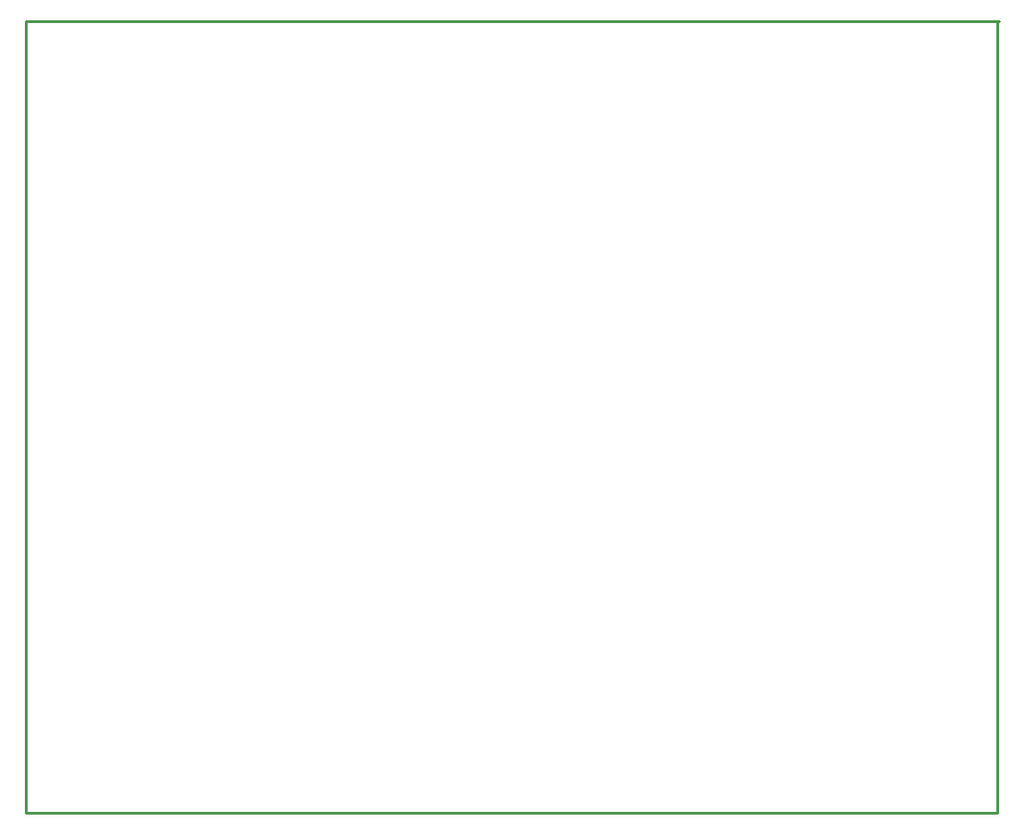
<source format=gm1>
G04*
G04 #@! TF.GenerationSoftware,Altium Limited,Altium Designer,24.5.2 (23)*
G04*
G04 Layer_Color=16711935*
%FSLAX25Y25*%
%MOIN*%
G70*
G04*
G04 #@! TF.SameCoordinates,F9E145AB-4376-4A3A-B871-3CA844BA1A44*
G04*
G04*
G04 #@! TF.FilePolarity,Positive*
G04*
G01*
G75*
%ADD15C,0.01000*%
D15*
X500Y286417D02*
X351878D01*
X0Y0D02*
Y286417D01*
X351378Y0D02*
Y286417D01*
X0Y0D02*
X351378D01*
M02*

</source>
